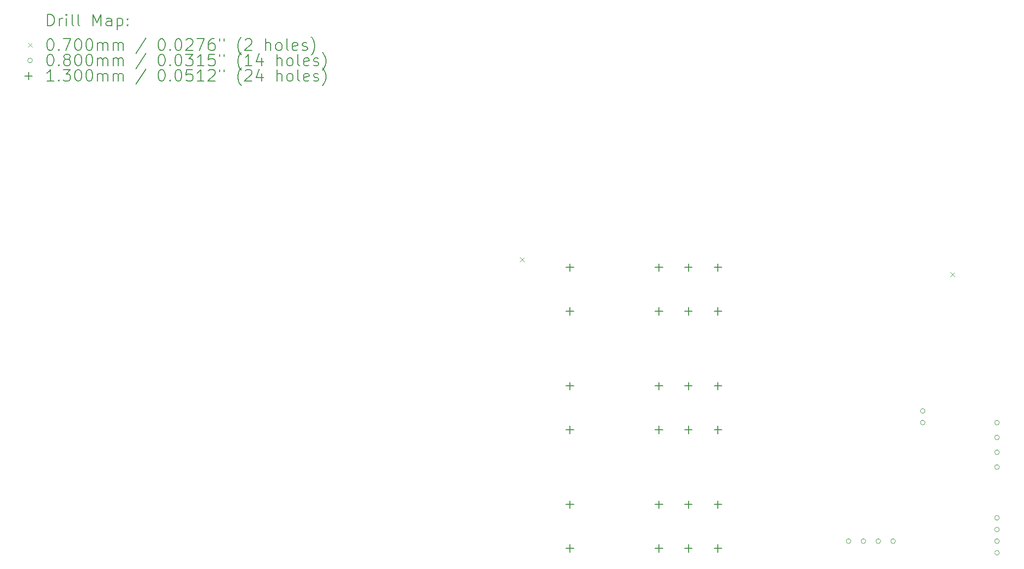
<source format=gbr>
%TF.GenerationSoftware,KiCad,Pcbnew,7.0.9*%
%TF.CreationDate,2023-12-03T00:18:12-03:00*%
%TF.ProjectId,E3,45332e6b-6963-4616-945f-706362585858,rev?*%
%TF.SameCoordinates,Original*%
%TF.FileFunction,Drillmap*%
%TF.FilePolarity,Positive*%
%FSLAX45Y45*%
G04 Gerber Fmt 4.5, Leading zero omitted, Abs format (unit mm)*
G04 Created by KiCad (PCBNEW 7.0.9) date 2023-12-03 00:18:12*
%MOMM*%
%LPD*%
G01*
G04 APERTURE LIST*
%ADD10C,0.200000*%
%ADD11C,0.100000*%
%ADD12C,0.130000*%
G04 APERTURE END LIST*
D10*
D11*
X8347000Y-4283000D02*
X8417000Y-4353000D01*
X8417000Y-4283000D02*
X8347000Y-4353000D01*
X15713000Y-4537000D02*
X15783000Y-4607000D01*
X15783000Y-4537000D02*
X15713000Y-4607000D01*
X14010000Y-9144000D02*
G75*
G03*
X14010000Y-9144000I-40000J0D01*
G01*
X14264000Y-9144000D02*
G75*
G03*
X14264000Y-9144000I-40000J0D01*
G01*
X14518000Y-9144000D02*
G75*
G03*
X14518000Y-9144000I-40000J0D01*
G01*
X14772000Y-9144000D02*
G75*
G03*
X14772000Y-9144000I-40000J0D01*
G01*
X15280000Y-6912000D02*
G75*
G03*
X15280000Y-6912000I-40000J0D01*
G01*
X15280000Y-7112000D02*
G75*
G03*
X15280000Y-7112000I-40000J0D01*
G01*
X16550000Y-7112000D02*
G75*
G03*
X16550000Y-7112000I-40000J0D01*
G01*
X16550000Y-7366000D02*
G75*
G03*
X16550000Y-7366000I-40000J0D01*
G01*
X16550000Y-7620000D02*
G75*
G03*
X16550000Y-7620000I-40000J0D01*
G01*
X16550000Y-7874000D02*
G75*
G03*
X16550000Y-7874000I-40000J0D01*
G01*
X16550000Y-8744000D02*
G75*
G03*
X16550000Y-8744000I-40000J0D01*
G01*
X16550000Y-8944000D02*
G75*
G03*
X16550000Y-8944000I-40000J0D01*
G01*
X16550000Y-9144000D02*
G75*
G03*
X16550000Y-9144000I-40000J0D01*
G01*
X16550000Y-9344000D02*
G75*
G03*
X16550000Y-9344000I-40000J0D01*
G01*
D12*
X9199000Y-4386000D02*
X9199000Y-4516000D01*
X9134000Y-4451000D02*
X9264000Y-4451000D01*
X9199000Y-5136000D02*
X9199000Y-5266000D01*
X9134000Y-5201000D02*
X9264000Y-5201000D01*
X9199000Y-6418000D02*
X9199000Y-6548000D01*
X9134000Y-6483000D02*
X9264000Y-6483000D01*
X9199000Y-7168000D02*
X9199000Y-7298000D01*
X9134000Y-7233000D02*
X9264000Y-7233000D01*
X9199000Y-8450000D02*
X9199000Y-8580000D01*
X9134000Y-8515000D02*
X9264000Y-8515000D01*
X9199000Y-9200000D02*
X9199000Y-9330000D01*
X9134000Y-9265000D02*
X9264000Y-9265000D01*
X10725000Y-4386000D02*
X10725000Y-4516000D01*
X10660000Y-4451000D02*
X10790000Y-4451000D01*
X10725000Y-5136000D02*
X10725000Y-5266000D01*
X10660000Y-5201000D02*
X10790000Y-5201000D01*
X10725000Y-6418000D02*
X10725000Y-6548000D01*
X10660000Y-6483000D02*
X10790000Y-6483000D01*
X10725000Y-7168000D02*
X10725000Y-7298000D01*
X10660000Y-7233000D02*
X10790000Y-7233000D01*
X10725000Y-8450000D02*
X10725000Y-8580000D01*
X10660000Y-8515000D02*
X10790000Y-8515000D01*
X10725000Y-9200000D02*
X10725000Y-9330000D01*
X10660000Y-9265000D02*
X10790000Y-9265000D01*
X11229000Y-4386000D02*
X11229000Y-4516000D01*
X11164000Y-4451000D02*
X11294000Y-4451000D01*
X11229000Y-5136000D02*
X11229000Y-5266000D01*
X11164000Y-5201000D02*
X11294000Y-5201000D01*
X11229000Y-6418000D02*
X11229000Y-6548000D01*
X11164000Y-6483000D02*
X11294000Y-6483000D01*
X11229000Y-7168000D02*
X11229000Y-7298000D01*
X11164000Y-7233000D02*
X11294000Y-7233000D01*
X11229000Y-8450000D02*
X11229000Y-8580000D01*
X11164000Y-8515000D02*
X11294000Y-8515000D01*
X11229000Y-9200000D02*
X11229000Y-9330000D01*
X11164000Y-9265000D02*
X11294000Y-9265000D01*
X11733000Y-4386000D02*
X11733000Y-4516000D01*
X11668000Y-4451000D02*
X11798000Y-4451000D01*
X11733000Y-5136000D02*
X11733000Y-5266000D01*
X11668000Y-5201000D02*
X11798000Y-5201000D01*
X11733000Y-6418000D02*
X11733000Y-6548000D01*
X11668000Y-6483000D02*
X11798000Y-6483000D01*
X11733000Y-7168000D02*
X11733000Y-7298000D01*
X11668000Y-7233000D02*
X11798000Y-7233000D01*
X11733000Y-8450000D02*
X11733000Y-8580000D01*
X11668000Y-8515000D02*
X11798000Y-8515000D01*
X11733000Y-9200000D02*
X11733000Y-9330000D01*
X11668000Y-9265000D02*
X11798000Y-9265000D01*
D10*
X260777Y-311484D02*
X260777Y-111484D01*
X260777Y-111484D02*
X308396Y-111484D01*
X308396Y-111484D02*
X336967Y-121008D01*
X336967Y-121008D02*
X356015Y-140055D01*
X356015Y-140055D02*
X365539Y-159103D01*
X365539Y-159103D02*
X375062Y-197198D01*
X375062Y-197198D02*
X375062Y-225769D01*
X375062Y-225769D02*
X365539Y-263865D01*
X365539Y-263865D02*
X356015Y-282912D01*
X356015Y-282912D02*
X336967Y-301960D01*
X336967Y-301960D02*
X308396Y-311484D01*
X308396Y-311484D02*
X260777Y-311484D01*
X460777Y-311484D02*
X460777Y-178150D01*
X460777Y-216246D02*
X470301Y-197198D01*
X470301Y-197198D02*
X479824Y-187674D01*
X479824Y-187674D02*
X498872Y-178150D01*
X498872Y-178150D02*
X517920Y-178150D01*
X584586Y-311484D02*
X584586Y-178150D01*
X584586Y-111484D02*
X575063Y-121008D01*
X575063Y-121008D02*
X584586Y-130531D01*
X584586Y-130531D02*
X594110Y-121008D01*
X594110Y-121008D02*
X584586Y-111484D01*
X584586Y-111484D02*
X584586Y-130531D01*
X708396Y-311484D02*
X689348Y-301960D01*
X689348Y-301960D02*
X679824Y-282912D01*
X679824Y-282912D02*
X679824Y-111484D01*
X813158Y-311484D02*
X794110Y-301960D01*
X794110Y-301960D02*
X784586Y-282912D01*
X784586Y-282912D02*
X784586Y-111484D01*
X1041729Y-311484D02*
X1041729Y-111484D01*
X1041729Y-111484D02*
X1108396Y-254341D01*
X1108396Y-254341D02*
X1175063Y-111484D01*
X1175063Y-111484D02*
X1175063Y-311484D01*
X1356015Y-311484D02*
X1356015Y-206722D01*
X1356015Y-206722D02*
X1346491Y-187674D01*
X1346491Y-187674D02*
X1327444Y-178150D01*
X1327444Y-178150D02*
X1289348Y-178150D01*
X1289348Y-178150D02*
X1270301Y-187674D01*
X1356015Y-301960D02*
X1336967Y-311484D01*
X1336967Y-311484D02*
X1289348Y-311484D01*
X1289348Y-311484D02*
X1270301Y-301960D01*
X1270301Y-301960D02*
X1260777Y-282912D01*
X1260777Y-282912D02*
X1260777Y-263865D01*
X1260777Y-263865D02*
X1270301Y-244817D01*
X1270301Y-244817D02*
X1289348Y-235293D01*
X1289348Y-235293D02*
X1336967Y-235293D01*
X1336967Y-235293D02*
X1356015Y-225769D01*
X1451253Y-178150D02*
X1451253Y-378150D01*
X1451253Y-187674D02*
X1470301Y-178150D01*
X1470301Y-178150D02*
X1508396Y-178150D01*
X1508396Y-178150D02*
X1527443Y-187674D01*
X1527443Y-187674D02*
X1536967Y-197198D01*
X1536967Y-197198D02*
X1546491Y-216246D01*
X1546491Y-216246D02*
X1546491Y-273389D01*
X1546491Y-273389D02*
X1536967Y-292436D01*
X1536967Y-292436D02*
X1527443Y-301960D01*
X1527443Y-301960D02*
X1508396Y-311484D01*
X1508396Y-311484D02*
X1470301Y-311484D01*
X1470301Y-311484D02*
X1451253Y-301960D01*
X1632205Y-292436D02*
X1641729Y-301960D01*
X1641729Y-301960D02*
X1632205Y-311484D01*
X1632205Y-311484D02*
X1622682Y-301960D01*
X1622682Y-301960D02*
X1632205Y-292436D01*
X1632205Y-292436D02*
X1632205Y-311484D01*
X1632205Y-187674D02*
X1641729Y-197198D01*
X1641729Y-197198D02*
X1632205Y-206722D01*
X1632205Y-206722D02*
X1622682Y-197198D01*
X1622682Y-197198D02*
X1632205Y-187674D01*
X1632205Y-187674D02*
X1632205Y-206722D01*
D11*
X-70000Y-605000D02*
X0Y-675000D01*
X0Y-605000D02*
X-70000Y-675000D01*
D10*
X298872Y-531484D02*
X317920Y-531484D01*
X317920Y-531484D02*
X336967Y-541008D01*
X336967Y-541008D02*
X346491Y-550531D01*
X346491Y-550531D02*
X356015Y-569579D01*
X356015Y-569579D02*
X365539Y-607674D01*
X365539Y-607674D02*
X365539Y-655293D01*
X365539Y-655293D02*
X356015Y-693389D01*
X356015Y-693389D02*
X346491Y-712436D01*
X346491Y-712436D02*
X336967Y-721960D01*
X336967Y-721960D02*
X317920Y-731484D01*
X317920Y-731484D02*
X298872Y-731484D01*
X298872Y-731484D02*
X279824Y-721960D01*
X279824Y-721960D02*
X270301Y-712436D01*
X270301Y-712436D02*
X260777Y-693389D01*
X260777Y-693389D02*
X251253Y-655293D01*
X251253Y-655293D02*
X251253Y-607674D01*
X251253Y-607674D02*
X260777Y-569579D01*
X260777Y-569579D02*
X270301Y-550531D01*
X270301Y-550531D02*
X279824Y-541008D01*
X279824Y-541008D02*
X298872Y-531484D01*
X451253Y-712436D02*
X460777Y-721960D01*
X460777Y-721960D02*
X451253Y-731484D01*
X451253Y-731484D02*
X441729Y-721960D01*
X441729Y-721960D02*
X451253Y-712436D01*
X451253Y-712436D02*
X451253Y-731484D01*
X527444Y-531484D02*
X660777Y-531484D01*
X660777Y-531484D02*
X575063Y-731484D01*
X775062Y-531484D02*
X794110Y-531484D01*
X794110Y-531484D02*
X813158Y-541008D01*
X813158Y-541008D02*
X822682Y-550531D01*
X822682Y-550531D02*
X832205Y-569579D01*
X832205Y-569579D02*
X841729Y-607674D01*
X841729Y-607674D02*
X841729Y-655293D01*
X841729Y-655293D02*
X832205Y-693389D01*
X832205Y-693389D02*
X822682Y-712436D01*
X822682Y-712436D02*
X813158Y-721960D01*
X813158Y-721960D02*
X794110Y-731484D01*
X794110Y-731484D02*
X775062Y-731484D01*
X775062Y-731484D02*
X756015Y-721960D01*
X756015Y-721960D02*
X746491Y-712436D01*
X746491Y-712436D02*
X736967Y-693389D01*
X736967Y-693389D02*
X727443Y-655293D01*
X727443Y-655293D02*
X727443Y-607674D01*
X727443Y-607674D02*
X736967Y-569579D01*
X736967Y-569579D02*
X746491Y-550531D01*
X746491Y-550531D02*
X756015Y-541008D01*
X756015Y-541008D02*
X775062Y-531484D01*
X965539Y-531484D02*
X984586Y-531484D01*
X984586Y-531484D02*
X1003634Y-541008D01*
X1003634Y-541008D02*
X1013158Y-550531D01*
X1013158Y-550531D02*
X1022682Y-569579D01*
X1022682Y-569579D02*
X1032205Y-607674D01*
X1032205Y-607674D02*
X1032205Y-655293D01*
X1032205Y-655293D02*
X1022682Y-693389D01*
X1022682Y-693389D02*
X1013158Y-712436D01*
X1013158Y-712436D02*
X1003634Y-721960D01*
X1003634Y-721960D02*
X984586Y-731484D01*
X984586Y-731484D02*
X965539Y-731484D01*
X965539Y-731484D02*
X946491Y-721960D01*
X946491Y-721960D02*
X936967Y-712436D01*
X936967Y-712436D02*
X927443Y-693389D01*
X927443Y-693389D02*
X917920Y-655293D01*
X917920Y-655293D02*
X917920Y-607674D01*
X917920Y-607674D02*
X927443Y-569579D01*
X927443Y-569579D02*
X936967Y-550531D01*
X936967Y-550531D02*
X946491Y-541008D01*
X946491Y-541008D02*
X965539Y-531484D01*
X1117920Y-731484D02*
X1117920Y-598150D01*
X1117920Y-617198D02*
X1127444Y-607674D01*
X1127444Y-607674D02*
X1146491Y-598150D01*
X1146491Y-598150D02*
X1175063Y-598150D01*
X1175063Y-598150D02*
X1194110Y-607674D01*
X1194110Y-607674D02*
X1203634Y-626722D01*
X1203634Y-626722D02*
X1203634Y-731484D01*
X1203634Y-626722D02*
X1213158Y-607674D01*
X1213158Y-607674D02*
X1232205Y-598150D01*
X1232205Y-598150D02*
X1260777Y-598150D01*
X1260777Y-598150D02*
X1279825Y-607674D01*
X1279825Y-607674D02*
X1289348Y-626722D01*
X1289348Y-626722D02*
X1289348Y-731484D01*
X1384586Y-731484D02*
X1384586Y-598150D01*
X1384586Y-617198D02*
X1394110Y-607674D01*
X1394110Y-607674D02*
X1413158Y-598150D01*
X1413158Y-598150D02*
X1441729Y-598150D01*
X1441729Y-598150D02*
X1460777Y-607674D01*
X1460777Y-607674D02*
X1470301Y-626722D01*
X1470301Y-626722D02*
X1470301Y-731484D01*
X1470301Y-626722D02*
X1479824Y-607674D01*
X1479824Y-607674D02*
X1498872Y-598150D01*
X1498872Y-598150D02*
X1527443Y-598150D01*
X1527443Y-598150D02*
X1546491Y-607674D01*
X1546491Y-607674D02*
X1556015Y-626722D01*
X1556015Y-626722D02*
X1556015Y-731484D01*
X1946491Y-521960D02*
X1775063Y-779103D01*
X2203634Y-531484D02*
X2222682Y-531484D01*
X2222682Y-531484D02*
X2241729Y-541008D01*
X2241729Y-541008D02*
X2251253Y-550531D01*
X2251253Y-550531D02*
X2260777Y-569579D01*
X2260777Y-569579D02*
X2270301Y-607674D01*
X2270301Y-607674D02*
X2270301Y-655293D01*
X2270301Y-655293D02*
X2260777Y-693389D01*
X2260777Y-693389D02*
X2251253Y-712436D01*
X2251253Y-712436D02*
X2241729Y-721960D01*
X2241729Y-721960D02*
X2222682Y-731484D01*
X2222682Y-731484D02*
X2203634Y-731484D01*
X2203634Y-731484D02*
X2184587Y-721960D01*
X2184587Y-721960D02*
X2175063Y-712436D01*
X2175063Y-712436D02*
X2165539Y-693389D01*
X2165539Y-693389D02*
X2156015Y-655293D01*
X2156015Y-655293D02*
X2156015Y-607674D01*
X2156015Y-607674D02*
X2165539Y-569579D01*
X2165539Y-569579D02*
X2175063Y-550531D01*
X2175063Y-550531D02*
X2184587Y-541008D01*
X2184587Y-541008D02*
X2203634Y-531484D01*
X2356015Y-712436D02*
X2365539Y-721960D01*
X2365539Y-721960D02*
X2356015Y-731484D01*
X2356015Y-731484D02*
X2346491Y-721960D01*
X2346491Y-721960D02*
X2356015Y-712436D01*
X2356015Y-712436D02*
X2356015Y-731484D01*
X2489348Y-531484D02*
X2508396Y-531484D01*
X2508396Y-531484D02*
X2527444Y-541008D01*
X2527444Y-541008D02*
X2536968Y-550531D01*
X2536968Y-550531D02*
X2546491Y-569579D01*
X2546491Y-569579D02*
X2556015Y-607674D01*
X2556015Y-607674D02*
X2556015Y-655293D01*
X2556015Y-655293D02*
X2546491Y-693389D01*
X2546491Y-693389D02*
X2536968Y-712436D01*
X2536968Y-712436D02*
X2527444Y-721960D01*
X2527444Y-721960D02*
X2508396Y-731484D01*
X2508396Y-731484D02*
X2489348Y-731484D01*
X2489348Y-731484D02*
X2470301Y-721960D01*
X2470301Y-721960D02*
X2460777Y-712436D01*
X2460777Y-712436D02*
X2451253Y-693389D01*
X2451253Y-693389D02*
X2441729Y-655293D01*
X2441729Y-655293D02*
X2441729Y-607674D01*
X2441729Y-607674D02*
X2451253Y-569579D01*
X2451253Y-569579D02*
X2460777Y-550531D01*
X2460777Y-550531D02*
X2470301Y-541008D01*
X2470301Y-541008D02*
X2489348Y-531484D01*
X2632206Y-550531D02*
X2641729Y-541008D01*
X2641729Y-541008D02*
X2660777Y-531484D01*
X2660777Y-531484D02*
X2708396Y-531484D01*
X2708396Y-531484D02*
X2727444Y-541008D01*
X2727444Y-541008D02*
X2736968Y-550531D01*
X2736968Y-550531D02*
X2746491Y-569579D01*
X2746491Y-569579D02*
X2746491Y-588627D01*
X2746491Y-588627D02*
X2736968Y-617198D01*
X2736968Y-617198D02*
X2622682Y-731484D01*
X2622682Y-731484D02*
X2746491Y-731484D01*
X2813158Y-531484D02*
X2946491Y-531484D01*
X2946491Y-531484D02*
X2860777Y-731484D01*
X3108396Y-531484D02*
X3070301Y-531484D01*
X3070301Y-531484D02*
X3051253Y-541008D01*
X3051253Y-541008D02*
X3041729Y-550531D01*
X3041729Y-550531D02*
X3022682Y-579103D01*
X3022682Y-579103D02*
X3013158Y-617198D01*
X3013158Y-617198D02*
X3013158Y-693389D01*
X3013158Y-693389D02*
X3022682Y-712436D01*
X3022682Y-712436D02*
X3032206Y-721960D01*
X3032206Y-721960D02*
X3051253Y-731484D01*
X3051253Y-731484D02*
X3089348Y-731484D01*
X3089348Y-731484D02*
X3108396Y-721960D01*
X3108396Y-721960D02*
X3117920Y-712436D01*
X3117920Y-712436D02*
X3127444Y-693389D01*
X3127444Y-693389D02*
X3127444Y-645770D01*
X3127444Y-645770D02*
X3117920Y-626722D01*
X3117920Y-626722D02*
X3108396Y-617198D01*
X3108396Y-617198D02*
X3089348Y-607674D01*
X3089348Y-607674D02*
X3051253Y-607674D01*
X3051253Y-607674D02*
X3032206Y-617198D01*
X3032206Y-617198D02*
X3022682Y-626722D01*
X3022682Y-626722D02*
X3013158Y-645770D01*
X3203634Y-531484D02*
X3203634Y-569579D01*
X3279825Y-531484D02*
X3279825Y-569579D01*
X3575063Y-807674D02*
X3565539Y-798150D01*
X3565539Y-798150D02*
X3546491Y-769579D01*
X3546491Y-769579D02*
X3536968Y-750531D01*
X3536968Y-750531D02*
X3527444Y-721960D01*
X3527444Y-721960D02*
X3517920Y-674341D01*
X3517920Y-674341D02*
X3517920Y-636246D01*
X3517920Y-636246D02*
X3527444Y-588627D01*
X3527444Y-588627D02*
X3536968Y-560055D01*
X3536968Y-560055D02*
X3546491Y-541008D01*
X3546491Y-541008D02*
X3565539Y-512436D01*
X3565539Y-512436D02*
X3575063Y-502912D01*
X3641729Y-550531D02*
X3651253Y-541008D01*
X3651253Y-541008D02*
X3670301Y-531484D01*
X3670301Y-531484D02*
X3717920Y-531484D01*
X3717920Y-531484D02*
X3736968Y-541008D01*
X3736968Y-541008D02*
X3746491Y-550531D01*
X3746491Y-550531D02*
X3756015Y-569579D01*
X3756015Y-569579D02*
X3756015Y-588627D01*
X3756015Y-588627D02*
X3746491Y-617198D01*
X3746491Y-617198D02*
X3632206Y-731484D01*
X3632206Y-731484D02*
X3756015Y-731484D01*
X3994110Y-731484D02*
X3994110Y-531484D01*
X4079825Y-731484D02*
X4079825Y-626722D01*
X4079825Y-626722D02*
X4070301Y-607674D01*
X4070301Y-607674D02*
X4051253Y-598150D01*
X4051253Y-598150D02*
X4022682Y-598150D01*
X4022682Y-598150D02*
X4003634Y-607674D01*
X4003634Y-607674D02*
X3994110Y-617198D01*
X4203634Y-731484D02*
X4184587Y-721960D01*
X4184587Y-721960D02*
X4175063Y-712436D01*
X4175063Y-712436D02*
X4165539Y-693389D01*
X4165539Y-693389D02*
X4165539Y-636246D01*
X4165539Y-636246D02*
X4175063Y-617198D01*
X4175063Y-617198D02*
X4184587Y-607674D01*
X4184587Y-607674D02*
X4203634Y-598150D01*
X4203634Y-598150D02*
X4232206Y-598150D01*
X4232206Y-598150D02*
X4251253Y-607674D01*
X4251253Y-607674D02*
X4260777Y-617198D01*
X4260777Y-617198D02*
X4270301Y-636246D01*
X4270301Y-636246D02*
X4270301Y-693389D01*
X4270301Y-693389D02*
X4260777Y-712436D01*
X4260777Y-712436D02*
X4251253Y-721960D01*
X4251253Y-721960D02*
X4232206Y-731484D01*
X4232206Y-731484D02*
X4203634Y-731484D01*
X4384587Y-731484D02*
X4365539Y-721960D01*
X4365539Y-721960D02*
X4356015Y-702912D01*
X4356015Y-702912D02*
X4356015Y-531484D01*
X4536968Y-721960D02*
X4517920Y-731484D01*
X4517920Y-731484D02*
X4479825Y-731484D01*
X4479825Y-731484D02*
X4460777Y-721960D01*
X4460777Y-721960D02*
X4451253Y-702912D01*
X4451253Y-702912D02*
X4451253Y-626722D01*
X4451253Y-626722D02*
X4460777Y-607674D01*
X4460777Y-607674D02*
X4479825Y-598150D01*
X4479825Y-598150D02*
X4517920Y-598150D01*
X4517920Y-598150D02*
X4536968Y-607674D01*
X4536968Y-607674D02*
X4546492Y-626722D01*
X4546492Y-626722D02*
X4546492Y-645770D01*
X4546492Y-645770D02*
X4451253Y-664817D01*
X4622682Y-721960D02*
X4641730Y-731484D01*
X4641730Y-731484D02*
X4679825Y-731484D01*
X4679825Y-731484D02*
X4698873Y-721960D01*
X4698873Y-721960D02*
X4708396Y-702912D01*
X4708396Y-702912D02*
X4708396Y-693389D01*
X4708396Y-693389D02*
X4698873Y-674341D01*
X4698873Y-674341D02*
X4679825Y-664817D01*
X4679825Y-664817D02*
X4651253Y-664817D01*
X4651253Y-664817D02*
X4632206Y-655293D01*
X4632206Y-655293D02*
X4622682Y-636246D01*
X4622682Y-636246D02*
X4622682Y-626722D01*
X4622682Y-626722D02*
X4632206Y-607674D01*
X4632206Y-607674D02*
X4651253Y-598150D01*
X4651253Y-598150D02*
X4679825Y-598150D01*
X4679825Y-598150D02*
X4698873Y-607674D01*
X4775063Y-807674D02*
X4784587Y-798150D01*
X4784587Y-798150D02*
X4803634Y-769579D01*
X4803634Y-769579D02*
X4813158Y-750531D01*
X4813158Y-750531D02*
X4822682Y-721960D01*
X4822682Y-721960D02*
X4832206Y-674341D01*
X4832206Y-674341D02*
X4832206Y-636246D01*
X4832206Y-636246D02*
X4822682Y-588627D01*
X4822682Y-588627D02*
X4813158Y-560055D01*
X4813158Y-560055D02*
X4803634Y-541008D01*
X4803634Y-541008D02*
X4784587Y-512436D01*
X4784587Y-512436D02*
X4775063Y-502912D01*
D11*
X0Y-904000D02*
G75*
G03*
X0Y-904000I-40000J0D01*
G01*
D10*
X298872Y-795484D02*
X317920Y-795484D01*
X317920Y-795484D02*
X336967Y-805008D01*
X336967Y-805008D02*
X346491Y-814531D01*
X346491Y-814531D02*
X356015Y-833579D01*
X356015Y-833579D02*
X365539Y-871674D01*
X365539Y-871674D02*
X365539Y-919293D01*
X365539Y-919293D02*
X356015Y-957388D01*
X356015Y-957388D02*
X346491Y-976436D01*
X346491Y-976436D02*
X336967Y-985960D01*
X336967Y-985960D02*
X317920Y-995484D01*
X317920Y-995484D02*
X298872Y-995484D01*
X298872Y-995484D02*
X279824Y-985960D01*
X279824Y-985960D02*
X270301Y-976436D01*
X270301Y-976436D02*
X260777Y-957388D01*
X260777Y-957388D02*
X251253Y-919293D01*
X251253Y-919293D02*
X251253Y-871674D01*
X251253Y-871674D02*
X260777Y-833579D01*
X260777Y-833579D02*
X270301Y-814531D01*
X270301Y-814531D02*
X279824Y-805008D01*
X279824Y-805008D02*
X298872Y-795484D01*
X451253Y-976436D02*
X460777Y-985960D01*
X460777Y-985960D02*
X451253Y-995484D01*
X451253Y-995484D02*
X441729Y-985960D01*
X441729Y-985960D02*
X451253Y-976436D01*
X451253Y-976436D02*
X451253Y-995484D01*
X575063Y-881198D02*
X556015Y-871674D01*
X556015Y-871674D02*
X546491Y-862150D01*
X546491Y-862150D02*
X536967Y-843103D01*
X536967Y-843103D02*
X536967Y-833579D01*
X536967Y-833579D02*
X546491Y-814531D01*
X546491Y-814531D02*
X556015Y-805008D01*
X556015Y-805008D02*
X575063Y-795484D01*
X575063Y-795484D02*
X613158Y-795484D01*
X613158Y-795484D02*
X632205Y-805008D01*
X632205Y-805008D02*
X641729Y-814531D01*
X641729Y-814531D02*
X651253Y-833579D01*
X651253Y-833579D02*
X651253Y-843103D01*
X651253Y-843103D02*
X641729Y-862150D01*
X641729Y-862150D02*
X632205Y-871674D01*
X632205Y-871674D02*
X613158Y-881198D01*
X613158Y-881198D02*
X575063Y-881198D01*
X575063Y-881198D02*
X556015Y-890722D01*
X556015Y-890722D02*
X546491Y-900246D01*
X546491Y-900246D02*
X536967Y-919293D01*
X536967Y-919293D02*
X536967Y-957388D01*
X536967Y-957388D02*
X546491Y-976436D01*
X546491Y-976436D02*
X556015Y-985960D01*
X556015Y-985960D02*
X575063Y-995484D01*
X575063Y-995484D02*
X613158Y-995484D01*
X613158Y-995484D02*
X632205Y-985960D01*
X632205Y-985960D02*
X641729Y-976436D01*
X641729Y-976436D02*
X651253Y-957388D01*
X651253Y-957388D02*
X651253Y-919293D01*
X651253Y-919293D02*
X641729Y-900246D01*
X641729Y-900246D02*
X632205Y-890722D01*
X632205Y-890722D02*
X613158Y-881198D01*
X775062Y-795484D02*
X794110Y-795484D01*
X794110Y-795484D02*
X813158Y-805008D01*
X813158Y-805008D02*
X822682Y-814531D01*
X822682Y-814531D02*
X832205Y-833579D01*
X832205Y-833579D02*
X841729Y-871674D01*
X841729Y-871674D02*
X841729Y-919293D01*
X841729Y-919293D02*
X832205Y-957388D01*
X832205Y-957388D02*
X822682Y-976436D01*
X822682Y-976436D02*
X813158Y-985960D01*
X813158Y-985960D02*
X794110Y-995484D01*
X794110Y-995484D02*
X775062Y-995484D01*
X775062Y-995484D02*
X756015Y-985960D01*
X756015Y-985960D02*
X746491Y-976436D01*
X746491Y-976436D02*
X736967Y-957388D01*
X736967Y-957388D02*
X727443Y-919293D01*
X727443Y-919293D02*
X727443Y-871674D01*
X727443Y-871674D02*
X736967Y-833579D01*
X736967Y-833579D02*
X746491Y-814531D01*
X746491Y-814531D02*
X756015Y-805008D01*
X756015Y-805008D02*
X775062Y-795484D01*
X965539Y-795484D02*
X984586Y-795484D01*
X984586Y-795484D02*
X1003634Y-805008D01*
X1003634Y-805008D02*
X1013158Y-814531D01*
X1013158Y-814531D02*
X1022682Y-833579D01*
X1022682Y-833579D02*
X1032205Y-871674D01*
X1032205Y-871674D02*
X1032205Y-919293D01*
X1032205Y-919293D02*
X1022682Y-957388D01*
X1022682Y-957388D02*
X1013158Y-976436D01*
X1013158Y-976436D02*
X1003634Y-985960D01*
X1003634Y-985960D02*
X984586Y-995484D01*
X984586Y-995484D02*
X965539Y-995484D01*
X965539Y-995484D02*
X946491Y-985960D01*
X946491Y-985960D02*
X936967Y-976436D01*
X936967Y-976436D02*
X927443Y-957388D01*
X927443Y-957388D02*
X917920Y-919293D01*
X917920Y-919293D02*
X917920Y-871674D01*
X917920Y-871674D02*
X927443Y-833579D01*
X927443Y-833579D02*
X936967Y-814531D01*
X936967Y-814531D02*
X946491Y-805008D01*
X946491Y-805008D02*
X965539Y-795484D01*
X1117920Y-995484D02*
X1117920Y-862150D01*
X1117920Y-881198D02*
X1127444Y-871674D01*
X1127444Y-871674D02*
X1146491Y-862150D01*
X1146491Y-862150D02*
X1175063Y-862150D01*
X1175063Y-862150D02*
X1194110Y-871674D01*
X1194110Y-871674D02*
X1203634Y-890722D01*
X1203634Y-890722D02*
X1203634Y-995484D01*
X1203634Y-890722D02*
X1213158Y-871674D01*
X1213158Y-871674D02*
X1232205Y-862150D01*
X1232205Y-862150D02*
X1260777Y-862150D01*
X1260777Y-862150D02*
X1279825Y-871674D01*
X1279825Y-871674D02*
X1289348Y-890722D01*
X1289348Y-890722D02*
X1289348Y-995484D01*
X1384586Y-995484D02*
X1384586Y-862150D01*
X1384586Y-881198D02*
X1394110Y-871674D01*
X1394110Y-871674D02*
X1413158Y-862150D01*
X1413158Y-862150D02*
X1441729Y-862150D01*
X1441729Y-862150D02*
X1460777Y-871674D01*
X1460777Y-871674D02*
X1470301Y-890722D01*
X1470301Y-890722D02*
X1470301Y-995484D01*
X1470301Y-890722D02*
X1479824Y-871674D01*
X1479824Y-871674D02*
X1498872Y-862150D01*
X1498872Y-862150D02*
X1527443Y-862150D01*
X1527443Y-862150D02*
X1546491Y-871674D01*
X1546491Y-871674D02*
X1556015Y-890722D01*
X1556015Y-890722D02*
X1556015Y-995484D01*
X1946491Y-785960D02*
X1775063Y-1043103D01*
X2203634Y-795484D02*
X2222682Y-795484D01*
X2222682Y-795484D02*
X2241729Y-805008D01*
X2241729Y-805008D02*
X2251253Y-814531D01*
X2251253Y-814531D02*
X2260777Y-833579D01*
X2260777Y-833579D02*
X2270301Y-871674D01*
X2270301Y-871674D02*
X2270301Y-919293D01*
X2270301Y-919293D02*
X2260777Y-957388D01*
X2260777Y-957388D02*
X2251253Y-976436D01*
X2251253Y-976436D02*
X2241729Y-985960D01*
X2241729Y-985960D02*
X2222682Y-995484D01*
X2222682Y-995484D02*
X2203634Y-995484D01*
X2203634Y-995484D02*
X2184587Y-985960D01*
X2184587Y-985960D02*
X2175063Y-976436D01*
X2175063Y-976436D02*
X2165539Y-957388D01*
X2165539Y-957388D02*
X2156015Y-919293D01*
X2156015Y-919293D02*
X2156015Y-871674D01*
X2156015Y-871674D02*
X2165539Y-833579D01*
X2165539Y-833579D02*
X2175063Y-814531D01*
X2175063Y-814531D02*
X2184587Y-805008D01*
X2184587Y-805008D02*
X2203634Y-795484D01*
X2356015Y-976436D02*
X2365539Y-985960D01*
X2365539Y-985960D02*
X2356015Y-995484D01*
X2356015Y-995484D02*
X2346491Y-985960D01*
X2346491Y-985960D02*
X2356015Y-976436D01*
X2356015Y-976436D02*
X2356015Y-995484D01*
X2489348Y-795484D02*
X2508396Y-795484D01*
X2508396Y-795484D02*
X2527444Y-805008D01*
X2527444Y-805008D02*
X2536968Y-814531D01*
X2536968Y-814531D02*
X2546491Y-833579D01*
X2546491Y-833579D02*
X2556015Y-871674D01*
X2556015Y-871674D02*
X2556015Y-919293D01*
X2556015Y-919293D02*
X2546491Y-957388D01*
X2546491Y-957388D02*
X2536968Y-976436D01*
X2536968Y-976436D02*
X2527444Y-985960D01*
X2527444Y-985960D02*
X2508396Y-995484D01*
X2508396Y-995484D02*
X2489348Y-995484D01*
X2489348Y-995484D02*
X2470301Y-985960D01*
X2470301Y-985960D02*
X2460777Y-976436D01*
X2460777Y-976436D02*
X2451253Y-957388D01*
X2451253Y-957388D02*
X2441729Y-919293D01*
X2441729Y-919293D02*
X2441729Y-871674D01*
X2441729Y-871674D02*
X2451253Y-833579D01*
X2451253Y-833579D02*
X2460777Y-814531D01*
X2460777Y-814531D02*
X2470301Y-805008D01*
X2470301Y-805008D02*
X2489348Y-795484D01*
X2622682Y-795484D02*
X2746491Y-795484D01*
X2746491Y-795484D02*
X2679825Y-871674D01*
X2679825Y-871674D02*
X2708396Y-871674D01*
X2708396Y-871674D02*
X2727444Y-881198D01*
X2727444Y-881198D02*
X2736968Y-890722D01*
X2736968Y-890722D02*
X2746491Y-909769D01*
X2746491Y-909769D02*
X2746491Y-957388D01*
X2746491Y-957388D02*
X2736968Y-976436D01*
X2736968Y-976436D02*
X2727444Y-985960D01*
X2727444Y-985960D02*
X2708396Y-995484D01*
X2708396Y-995484D02*
X2651253Y-995484D01*
X2651253Y-995484D02*
X2632206Y-985960D01*
X2632206Y-985960D02*
X2622682Y-976436D01*
X2936967Y-995484D02*
X2822682Y-995484D01*
X2879825Y-995484D02*
X2879825Y-795484D01*
X2879825Y-795484D02*
X2860777Y-824055D01*
X2860777Y-824055D02*
X2841729Y-843103D01*
X2841729Y-843103D02*
X2822682Y-852627D01*
X3117920Y-795484D02*
X3022682Y-795484D01*
X3022682Y-795484D02*
X3013158Y-890722D01*
X3013158Y-890722D02*
X3022682Y-881198D01*
X3022682Y-881198D02*
X3041729Y-871674D01*
X3041729Y-871674D02*
X3089348Y-871674D01*
X3089348Y-871674D02*
X3108396Y-881198D01*
X3108396Y-881198D02*
X3117920Y-890722D01*
X3117920Y-890722D02*
X3127444Y-909769D01*
X3127444Y-909769D02*
X3127444Y-957388D01*
X3127444Y-957388D02*
X3117920Y-976436D01*
X3117920Y-976436D02*
X3108396Y-985960D01*
X3108396Y-985960D02*
X3089348Y-995484D01*
X3089348Y-995484D02*
X3041729Y-995484D01*
X3041729Y-995484D02*
X3022682Y-985960D01*
X3022682Y-985960D02*
X3013158Y-976436D01*
X3203634Y-795484D02*
X3203634Y-833579D01*
X3279825Y-795484D02*
X3279825Y-833579D01*
X3575063Y-1071674D02*
X3565539Y-1062150D01*
X3565539Y-1062150D02*
X3546491Y-1033579D01*
X3546491Y-1033579D02*
X3536968Y-1014531D01*
X3536968Y-1014531D02*
X3527444Y-985960D01*
X3527444Y-985960D02*
X3517920Y-938341D01*
X3517920Y-938341D02*
X3517920Y-900246D01*
X3517920Y-900246D02*
X3527444Y-852627D01*
X3527444Y-852627D02*
X3536968Y-824055D01*
X3536968Y-824055D02*
X3546491Y-805008D01*
X3546491Y-805008D02*
X3565539Y-776436D01*
X3565539Y-776436D02*
X3575063Y-766912D01*
X3756015Y-995484D02*
X3641729Y-995484D01*
X3698872Y-995484D02*
X3698872Y-795484D01*
X3698872Y-795484D02*
X3679825Y-824055D01*
X3679825Y-824055D02*
X3660777Y-843103D01*
X3660777Y-843103D02*
X3641729Y-852627D01*
X3927444Y-862150D02*
X3927444Y-995484D01*
X3879825Y-785960D02*
X3832206Y-928817D01*
X3832206Y-928817D02*
X3956015Y-928817D01*
X4184587Y-995484D02*
X4184587Y-795484D01*
X4270301Y-995484D02*
X4270301Y-890722D01*
X4270301Y-890722D02*
X4260777Y-871674D01*
X4260777Y-871674D02*
X4241730Y-862150D01*
X4241730Y-862150D02*
X4213158Y-862150D01*
X4213158Y-862150D02*
X4194110Y-871674D01*
X4194110Y-871674D02*
X4184587Y-881198D01*
X4394111Y-995484D02*
X4375063Y-985960D01*
X4375063Y-985960D02*
X4365539Y-976436D01*
X4365539Y-976436D02*
X4356015Y-957388D01*
X4356015Y-957388D02*
X4356015Y-900246D01*
X4356015Y-900246D02*
X4365539Y-881198D01*
X4365539Y-881198D02*
X4375063Y-871674D01*
X4375063Y-871674D02*
X4394111Y-862150D01*
X4394111Y-862150D02*
X4422682Y-862150D01*
X4422682Y-862150D02*
X4441730Y-871674D01*
X4441730Y-871674D02*
X4451253Y-881198D01*
X4451253Y-881198D02*
X4460777Y-900246D01*
X4460777Y-900246D02*
X4460777Y-957388D01*
X4460777Y-957388D02*
X4451253Y-976436D01*
X4451253Y-976436D02*
X4441730Y-985960D01*
X4441730Y-985960D02*
X4422682Y-995484D01*
X4422682Y-995484D02*
X4394111Y-995484D01*
X4575063Y-995484D02*
X4556015Y-985960D01*
X4556015Y-985960D02*
X4546492Y-966912D01*
X4546492Y-966912D02*
X4546492Y-795484D01*
X4727444Y-985960D02*
X4708396Y-995484D01*
X4708396Y-995484D02*
X4670301Y-995484D01*
X4670301Y-995484D02*
X4651253Y-985960D01*
X4651253Y-985960D02*
X4641730Y-966912D01*
X4641730Y-966912D02*
X4641730Y-890722D01*
X4641730Y-890722D02*
X4651253Y-871674D01*
X4651253Y-871674D02*
X4670301Y-862150D01*
X4670301Y-862150D02*
X4708396Y-862150D01*
X4708396Y-862150D02*
X4727444Y-871674D01*
X4727444Y-871674D02*
X4736968Y-890722D01*
X4736968Y-890722D02*
X4736968Y-909769D01*
X4736968Y-909769D02*
X4641730Y-928817D01*
X4813158Y-985960D02*
X4832206Y-995484D01*
X4832206Y-995484D02*
X4870301Y-995484D01*
X4870301Y-995484D02*
X4889349Y-985960D01*
X4889349Y-985960D02*
X4898873Y-966912D01*
X4898873Y-966912D02*
X4898873Y-957388D01*
X4898873Y-957388D02*
X4889349Y-938341D01*
X4889349Y-938341D02*
X4870301Y-928817D01*
X4870301Y-928817D02*
X4841730Y-928817D01*
X4841730Y-928817D02*
X4822682Y-919293D01*
X4822682Y-919293D02*
X4813158Y-900246D01*
X4813158Y-900246D02*
X4813158Y-890722D01*
X4813158Y-890722D02*
X4822682Y-871674D01*
X4822682Y-871674D02*
X4841730Y-862150D01*
X4841730Y-862150D02*
X4870301Y-862150D01*
X4870301Y-862150D02*
X4889349Y-871674D01*
X4965539Y-1071674D02*
X4975063Y-1062150D01*
X4975063Y-1062150D02*
X4994111Y-1033579D01*
X4994111Y-1033579D02*
X5003634Y-1014531D01*
X5003634Y-1014531D02*
X5013158Y-985960D01*
X5013158Y-985960D02*
X5022682Y-938341D01*
X5022682Y-938341D02*
X5022682Y-900246D01*
X5022682Y-900246D02*
X5013158Y-852627D01*
X5013158Y-852627D02*
X5003634Y-824055D01*
X5003634Y-824055D02*
X4994111Y-805008D01*
X4994111Y-805008D02*
X4975063Y-776436D01*
X4975063Y-776436D02*
X4965539Y-766912D01*
D12*
X-65000Y-1103000D02*
X-65000Y-1233000D01*
X-130000Y-1168000D02*
X0Y-1168000D01*
D10*
X365539Y-1259484D02*
X251253Y-1259484D01*
X308396Y-1259484D02*
X308396Y-1059484D01*
X308396Y-1059484D02*
X289348Y-1088055D01*
X289348Y-1088055D02*
X270301Y-1107103D01*
X270301Y-1107103D02*
X251253Y-1116627D01*
X451253Y-1240436D02*
X460777Y-1249960D01*
X460777Y-1249960D02*
X451253Y-1259484D01*
X451253Y-1259484D02*
X441729Y-1249960D01*
X441729Y-1249960D02*
X451253Y-1240436D01*
X451253Y-1240436D02*
X451253Y-1259484D01*
X527444Y-1059484D02*
X651253Y-1059484D01*
X651253Y-1059484D02*
X584586Y-1135674D01*
X584586Y-1135674D02*
X613158Y-1135674D01*
X613158Y-1135674D02*
X632205Y-1145198D01*
X632205Y-1145198D02*
X641729Y-1154722D01*
X641729Y-1154722D02*
X651253Y-1173770D01*
X651253Y-1173770D02*
X651253Y-1221389D01*
X651253Y-1221389D02*
X641729Y-1240436D01*
X641729Y-1240436D02*
X632205Y-1249960D01*
X632205Y-1249960D02*
X613158Y-1259484D01*
X613158Y-1259484D02*
X556015Y-1259484D01*
X556015Y-1259484D02*
X536967Y-1249960D01*
X536967Y-1249960D02*
X527444Y-1240436D01*
X775062Y-1059484D02*
X794110Y-1059484D01*
X794110Y-1059484D02*
X813158Y-1069008D01*
X813158Y-1069008D02*
X822682Y-1078531D01*
X822682Y-1078531D02*
X832205Y-1097579D01*
X832205Y-1097579D02*
X841729Y-1135674D01*
X841729Y-1135674D02*
X841729Y-1183293D01*
X841729Y-1183293D02*
X832205Y-1221389D01*
X832205Y-1221389D02*
X822682Y-1240436D01*
X822682Y-1240436D02*
X813158Y-1249960D01*
X813158Y-1249960D02*
X794110Y-1259484D01*
X794110Y-1259484D02*
X775062Y-1259484D01*
X775062Y-1259484D02*
X756015Y-1249960D01*
X756015Y-1249960D02*
X746491Y-1240436D01*
X746491Y-1240436D02*
X736967Y-1221389D01*
X736967Y-1221389D02*
X727443Y-1183293D01*
X727443Y-1183293D02*
X727443Y-1135674D01*
X727443Y-1135674D02*
X736967Y-1097579D01*
X736967Y-1097579D02*
X746491Y-1078531D01*
X746491Y-1078531D02*
X756015Y-1069008D01*
X756015Y-1069008D02*
X775062Y-1059484D01*
X965539Y-1059484D02*
X984586Y-1059484D01*
X984586Y-1059484D02*
X1003634Y-1069008D01*
X1003634Y-1069008D02*
X1013158Y-1078531D01*
X1013158Y-1078531D02*
X1022682Y-1097579D01*
X1022682Y-1097579D02*
X1032205Y-1135674D01*
X1032205Y-1135674D02*
X1032205Y-1183293D01*
X1032205Y-1183293D02*
X1022682Y-1221389D01*
X1022682Y-1221389D02*
X1013158Y-1240436D01*
X1013158Y-1240436D02*
X1003634Y-1249960D01*
X1003634Y-1249960D02*
X984586Y-1259484D01*
X984586Y-1259484D02*
X965539Y-1259484D01*
X965539Y-1259484D02*
X946491Y-1249960D01*
X946491Y-1249960D02*
X936967Y-1240436D01*
X936967Y-1240436D02*
X927443Y-1221389D01*
X927443Y-1221389D02*
X917920Y-1183293D01*
X917920Y-1183293D02*
X917920Y-1135674D01*
X917920Y-1135674D02*
X927443Y-1097579D01*
X927443Y-1097579D02*
X936967Y-1078531D01*
X936967Y-1078531D02*
X946491Y-1069008D01*
X946491Y-1069008D02*
X965539Y-1059484D01*
X1117920Y-1259484D02*
X1117920Y-1126150D01*
X1117920Y-1145198D02*
X1127444Y-1135674D01*
X1127444Y-1135674D02*
X1146491Y-1126150D01*
X1146491Y-1126150D02*
X1175063Y-1126150D01*
X1175063Y-1126150D02*
X1194110Y-1135674D01*
X1194110Y-1135674D02*
X1203634Y-1154722D01*
X1203634Y-1154722D02*
X1203634Y-1259484D01*
X1203634Y-1154722D02*
X1213158Y-1135674D01*
X1213158Y-1135674D02*
X1232205Y-1126150D01*
X1232205Y-1126150D02*
X1260777Y-1126150D01*
X1260777Y-1126150D02*
X1279825Y-1135674D01*
X1279825Y-1135674D02*
X1289348Y-1154722D01*
X1289348Y-1154722D02*
X1289348Y-1259484D01*
X1384586Y-1259484D02*
X1384586Y-1126150D01*
X1384586Y-1145198D02*
X1394110Y-1135674D01*
X1394110Y-1135674D02*
X1413158Y-1126150D01*
X1413158Y-1126150D02*
X1441729Y-1126150D01*
X1441729Y-1126150D02*
X1460777Y-1135674D01*
X1460777Y-1135674D02*
X1470301Y-1154722D01*
X1470301Y-1154722D02*
X1470301Y-1259484D01*
X1470301Y-1154722D02*
X1479824Y-1135674D01*
X1479824Y-1135674D02*
X1498872Y-1126150D01*
X1498872Y-1126150D02*
X1527443Y-1126150D01*
X1527443Y-1126150D02*
X1546491Y-1135674D01*
X1546491Y-1135674D02*
X1556015Y-1154722D01*
X1556015Y-1154722D02*
X1556015Y-1259484D01*
X1946491Y-1049960D02*
X1775063Y-1307103D01*
X2203634Y-1059484D02*
X2222682Y-1059484D01*
X2222682Y-1059484D02*
X2241729Y-1069008D01*
X2241729Y-1069008D02*
X2251253Y-1078531D01*
X2251253Y-1078531D02*
X2260777Y-1097579D01*
X2260777Y-1097579D02*
X2270301Y-1135674D01*
X2270301Y-1135674D02*
X2270301Y-1183293D01*
X2270301Y-1183293D02*
X2260777Y-1221389D01*
X2260777Y-1221389D02*
X2251253Y-1240436D01*
X2251253Y-1240436D02*
X2241729Y-1249960D01*
X2241729Y-1249960D02*
X2222682Y-1259484D01*
X2222682Y-1259484D02*
X2203634Y-1259484D01*
X2203634Y-1259484D02*
X2184587Y-1249960D01*
X2184587Y-1249960D02*
X2175063Y-1240436D01*
X2175063Y-1240436D02*
X2165539Y-1221389D01*
X2165539Y-1221389D02*
X2156015Y-1183293D01*
X2156015Y-1183293D02*
X2156015Y-1135674D01*
X2156015Y-1135674D02*
X2165539Y-1097579D01*
X2165539Y-1097579D02*
X2175063Y-1078531D01*
X2175063Y-1078531D02*
X2184587Y-1069008D01*
X2184587Y-1069008D02*
X2203634Y-1059484D01*
X2356015Y-1240436D02*
X2365539Y-1249960D01*
X2365539Y-1249960D02*
X2356015Y-1259484D01*
X2356015Y-1259484D02*
X2346491Y-1249960D01*
X2346491Y-1249960D02*
X2356015Y-1240436D01*
X2356015Y-1240436D02*
X2356015Y-1259484D01*
X2489348Y-1059484D02*
X2508396Y-1059484D01*
X2508396Y-1059484D02*
X2527444Y-1069008D01*
X2527444Y-1069008D02*
X2536968Y-1078531D01*
X2536968Y-1078531D02*
X2546491Y-1097579D01*
X2546491Y-1097579D02*
X2556015Y-1135674D01*
X2556015Y-1135674D02*
X2556015Y-1183293D01*
X2556015Y-1183293D02*
X2546491Y-1221389D01*
X2546491Y-1221389D02*
X2536968Y-1240436D01*
X2536968Y-1240436D02*
X2527444Y-1249960D01*
X2527444Y-1249960D02*
X2508396Y-1259484D01*
X2508396Y-1259484D02*
X2489348Y-1259484D01*
X2489348Y-1259484D02*
X2470301Y-1249960D01*
X2470301Y-1249960D02*
X2460777Y-1240436D01*
X2460777Y-1240436D02*
X2451253Y-1221389D01*
X2451253Y-1221389D02*
X2441729Y-1183293D01*
X2441729Y-1183293D02*
X2441729Y-1135674D01*
X2441729Y-1135674D02*
X2451253Y-1097579D01*
X2451253Y-1097579D02*
X2460777Y-1078531D01*
X2460777Y-1078531D02*
X2470301Y-1069008D01*
X2470301Y-1069008D02*
X2489348Y-1059484D01*
X2736968Y-1059484D02*
X2641729Y-1059484D01*
X2641729Y-1059484D02*
X2632206Y-1154722D01*
X2632206Y-1154722D02*
X2641729Y-1145198D01*
X2641729Y-1145198D02*
X2660777Y-1135674D01*
X2660777Y-1135674D02*
X2708396Y-1135674D01*
X2708396Y-1135674D02*
X2727444Y-1145198D01*
X2727444Y-1145198D02*
X2736968Y-1154722D01*
X2736968Y-1154722D02*
X2746491Y-1173770D01*
X2746491Y-1173770D02*
X2746491Y-1221389D01*
X2746491Y-1221389D02*
X2736968Y-1240436D01*
X2736968Y-1240436D02*
X2727444Y-1249960D01*
X2727444Y-1249960D02*
X2708396Y-1259484D01*
X2708396Y-1259484D02*
X2660777Y-1259484D01*
X2660777Y-1259484D02*
X2641729Y-1249960D01*
X2641729Y-1249960D02*
X2632206Y-1240436D01*
X2936967Y-1259484D02*
X2822682Y-1259484D01*
X2879825Y-1259484D02*
X2879825Y-1059484D01*
X2879825Y-1059484D02*
X2860777Y-1088055D01*
X2860777Y-1088055D02*
X2841729Y-1107103D01*
X2841729Y-1107103D02*
X2822682Y-1116627D01*
X3013158Y-1078531D02*
X3022682Y-1069008D01*
X3022682Y-1069008D02*
X3041729Y-1059484D01*
X3041729Y-1059484D02*
X3089348Y-1059484D01*
X3089348Y-1059484D02*
X3108396Y-1069008D01*
X3108396Y-1069008D02*
X3117920Y-1078531D01*
X3117920Y-1078531D02*
X3127444Y-1097579D01*
X3127444Y-1097579D02*
X3127444Y-1116627D01*
X3127444Y-1116627D02*
X3117920Y-1145198D01*
X3117920Y-1145198D02*
X3003634Y-1259484D01*
X3003634Y-1259484D02*
X3127444Y-1259484D01*
X3203634Y-1059484D02*
X3203634Y-1097579D01*
X3279825Y-1059484D02*
X3279825Y-1097579D01*
X3575063Y-1335674D02*
X3565539Y-1326150D01*
X3565539Y-1326150D02*
X3546491Y-1297579D01*
X3546491Y-1297579D02*
X3536968Y-1278531D01*
X3536968Y-1278531D02*
X3527444Y-1249960D01*
X3527444Y-1249960D02*
X3517920Y-1202341D01*
X3517920Y-1202341D02*
X3517920Y-1164246D01*
X3517920Y-1164246D02*
X3527444Y-1116627D01*
X3527444Y-1116627D02*
X3536968Y-1088055D01*
X3536968Y-1088055D02*
X3546491Y-1069008D01*
X3546491Y-1069008D02*
X3565539Y-1040436D01*
X3565539Y-1040436D02*
X3575063Y-1030912D01*
X3641729Y-1078531D02*
X3651253Y-1069008D01*
X3651253Y-1069008D02*
X3670301Y-1059484D01*
X3670301Y-1059484D02*
X3717920Y-1059484D01*
X3717920Y-1059484D02*
X3736968Y-1069008D01*
X3736968Y-1069008D02*
X3746491Y-1078531D01*
X3746491Y-1078531D02*
X3756015Y-1097579D01*
X3756015Y-1097579D02*
X3756015Y-1116627D01*
X3756015Y-1116627D02*
X3746491Y-1145198D01*
X3746491Y-1145198D02*
X3632206Y-1259484D01*
X3632206Y-1259484D02*
X3756015Y-1259484D01*
X3927444Y-1126150D02*
X3927444Y-1259484D01*
X3879825Y-1049960D02*
X3832206Y-1192817D01*
X3832206Y-1192817D02*
X3956015Y-1192817D01*
X4184587Y-1259484D02*
X4184587Y-1059484D01*
X4270301Y-1259484D02*
X4270301Y-1154722D01*
X4270301Y-1154722D02*
X4260777Y-1135674D01*
X4260777Y-1135674D02*
X4241730Y-1126150D01*
X4241730Y-1126150D02*
X4213158Y-1126150D01*
X4213158Y-1126150D02*
X4194110Y-1135674D01*
X4194110Y-1135674D02*
X4184587Y-1145198D01*
X4394111Y-1259484D02*
X4375063Y-1249960D01*
X4375063Y-1249960D02*
X4365539Y-1240436D01*
X4365539Y-1240436D02*
X4356015Y-1221389D01*
X4356015Y-1221389D02*
X4356015Y-1164246D01*
X4356015Y-1164246D02*
X4365539Y-1145198D01*
X4365539Y-1145198D02*
X4375063Y-1135674D01*
X4375063Y-1135674D02*
X4394111Y-1126150D01*
X4394111Y-1126150D02*
X4422682Y-1126150D01*
X4422682Y-1126150D02*
X4441730Y-1135674D01*
X4441730Y-1135674D02*
X4451253Y-1145198D01*
X4451253Y-1145198D02*
X4460777Y-1164246D01*
X4460777Y-1164246D02*
X4460777Y-1221389D01*
X4460777Y-1221389D02*
X4451253Y-1240436D01*
X4451253Y-1240436D02*
X4441730Y-1249960D01*
X4441730Y-1249960D02*
X4422682Y-1259484D01*
X4422682Y-1259484D02*
X4394111Y-1259484D01*
X4575063Y-1259484D02*
X4556015Y-1249960D01*
X4556015Y-1249960D02*
X4546492Y-1230912D01*
X4546492Y-1230912D02*
X4546492Y-1059484D01*
X4727444Y-1249960D02*
X4708396Y-1259484D01*
X4708396Y-1259484D02*
X4670301Y-1259484D01*
X4670301Y-1259484D02*
X4651253Y-1249960D01*
X4651253Y-1249960D02*
X4641730Y-1230912D01*
X4641730Y-1230912D02*
X4641730Y-1154722D01*
X4641730Y-1154722D02*
X4651253Y-1135674D01*
X4651253Y-1135674D02*
X4670301Y-1126150D01*
X4670301Y-1126150D02*
X4708396Y-1126150D01*
X4708396Y-1126150D02*
X4727444Y-1135674D01*
X4727444Y-1135674D02*
X4736968Y-1154722D01*
X4736968Y-1154722D02*
X4736968Y-1173770D01*
X4736968Y-1173770D02*
X4641730Y-1192817D01*
X4813158Y-1249960D02*
X4832206Y-1259484D01*
X4832206Y-1259484D02*
X4870301Y-1259484D01*
X4870301Y-1259484D02*
X4889349Y-1249960D01*
X4889349Y-1249960D02*
X4898873Y-1230912D01*
X4898873Y-1230912D02*
X4898873Y-1221389D01*
X4898873Y-1221389D02*
X4889349Y-1202341D01*
X4889349Y-1202341D02*
X4870301Y-1192817D01*
X4870301Y-1192817D02*
X4841730Y-1192817D01*
X4841730Y-1192817D02*
X4822682Y-1183293D01*
X4822682Y-1183293D02*
X4813158Y-1164246D01*
X4813158Y-1164246D02*
X4813158Y-1154722D01*
X4813158Y-1154722D02*
X4822682Y-1135674D01*
X4822682Y-1135674D02*
X4841730Y-1126150D01*
X4841730Y-1126150D02*
X4870301Y-1126150D01*
X4870301Y-1126150D02*
X4889349Y-1135674D01*
X4965539Y-1335674D02*
X4975063Y-1326150D01*
X4975063Y-1326150D02*
X4994111Y-1297579D01*
X4994111Y-1297579D02*
X5003634Y-1278531D01*
X5003634Y-1278531D02*
X5013158Y-1249960D01*
X5013158Y-1249960D02*
X5022682Y-1202341D01*
X5022682Y-1202341D02*
X5022682Y-1164246D01*
X5022682Y-1164246D02*
X5013158Y-1116627D01*
X5013158Y-1116627D02*
X5003634Y-1088055D01*
X5003634Y-1088055D02*
X4994111Y-1069008D01*
X4994111Y-1069008D02*
X4975063Y-1040436D01*
X4975063Y-1040436D02*
X4965539Y-1030912D01*
M02*

</source>
